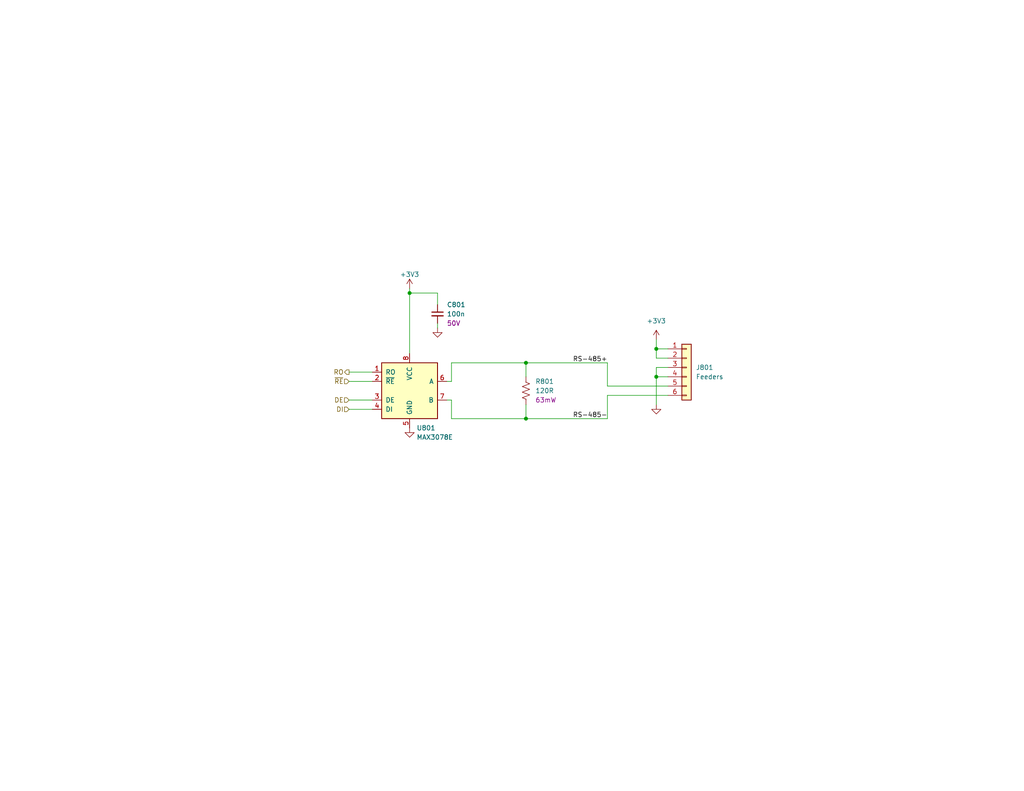
<source format=kicad_sch>
(kicad_sch (version 20211123) (generator eeschema)
  (paper "USLetter")
  (title_block (title "Starfish") (date "2022-09-10") (rev "v0") (company "Winterbloom") (comment 1 "Alethea Flowers") (comment 2 "CERN-OHL-P V2"))
  (lib_symbols
    (symbol "Connector_Generic:Conn_01x06" (pin_names (offset 1.016) hide)
      (property "Reference" "J" (at 0 7.62 0))
      (property "Value" "Conn_01x06" (at 0 -10.16 0))
      (symbol "Conn_01x06_1_1"
        (rectangle (start -1.27 -7.493) (end 0 -7.747) (stroke (width 0.1524)))
        (rectangle (start -1.27 -4.953) (end 0 -5.207) (stroke (width 0.1524)))
        (rectangle (start -1.27 -2.413) (end 0 -2.667) (stroke (width 0.1524)))
        (rectangle (start -1.27 0.127) (end 0 -0.127) (stroke (width 0.1524)))
        (rectangle (start -1.27 2.667) (end 0 2.413) (stroke (width 0.1524)))
        (rectangle (start -1.27 5.207) (end 0 4.953) (stroke (width 0.1524)))
        (rectangle (start -1.27 6.35) (end 1.27 -8.89) (stroke (width 0.254)) (fill (type background)))
        (pin passive line (at -5.08 5.08 0) (length 3.81) (name "Pin_1") (number "1"))
        (pin passive line (at -5.08 2.54 0) (length 3.81) (name "Pin_2") (number "2"))
        (pin passive line (at -5.08 0 0) (length 3.81) (name "Pin_3") (number "3"))
        (pin passive line (at -5.08 -2.54 0) (length 3.81) (name "Pin_4") (number "4"))
        (pin passive line (at -5.08 -5.08 0) (length 3.81) (name "Pin_5") (number "5"))
        (pin passive line (at -5.08 -7.62 0) (length 3.81) (name "Pin_6") (number "6"))
      )
    )
    (symbol "Device:C_Small" (pin_numbers hide) (pin_names (offset 0.254) hide)
      (property "Reference" "C" (at 0.254 1.778 0))
      (property "Value" "C_Small" (at 0.254 -2.032 0))
      (symbol "C_Small_0_1"
        (polyline (pts (xy -1.524 -0.508) (xy 1.524 -0.508)) (stroke (width 0.3302)))
        (polyline (pts (xy -1.524 0.508) (xy 1.524 0.508)) (stroke (width 0.3048)))
      )
      (symbol "C_Small_1_1"
        (pin passive line (at 0 2.54 270) (length 2.032) (name "~") (number "1"))
        (pin passive line (at 0 -2.54 90) (length 2.032) (name "~") (number "2"))
      )
    )
    (symbol "Device:R_US" (pin_numbers hide) (pin_names (offset 0))
      (property "Reference" "R" (at 2.54 0 90))
      (property "Value" "R_US" (at -2.54 0 90))
      (symbol "R_US_0_1"
        (polyline (pts (xy 0 -2.286) (xy 0 -2.54)))
        (polyline (pts (xy 0 2.286) (xy 0 2.54)))
        (polyline (pts (xy 0 -0.762) (xy 1.016 -1.143) (xy 0 -1.524) (xy -1.016 -1.905) (xy 0 -2.286)))
        (polyline (pts (xy 0 0.762) (xy 1.016 0.381) (xy 0 0) (xy -1.016 -0.381) (xy 0 -0.762)))
        (polyline (pts (xy 0 2.286) (xy 1.016 1.905) (xy 0 1.524) (xy -1.016 1.143) (xy 0 0.762)))
      )
      (symbol "R_US_1_1"
        (pin passive line (at 0 3.81 270) (length 1.27) (name "~") (number "1"))
        (pin passive line (at 0 -3.81 90) (length 1.27) (name "~") (number "2"))
      )
    )
    (symbol "Interface_UART:MAX3078E" (pin_names (offset 1.016))
      (property "Reference" "U" (at -7.62 8.89 0))
      (property "Value" "MAX3078E" (at 2.54 8.89 0))
      (symbol "MAX3078E_0_1"
        (rectangle (start -7.62 7.62) (end 7.62 -7.62) (stroke (width 0.254)) (fill (type background)))
      )
      (symbol "MAX3078E_1_1"
        (pin output line (at -10.16 5.08 0) (length 2.54) (name "RO") (number "1"))
        (pin input line (at -10.16 2.54 0) (length 2.54) (name "~{RE}") (number "2"))
        (pin input line (at -10.16 -2.54 0) (length 2.54) (name "DE") (number "3"))
        (pin input line (at -10.16 -5.08 0) (length 2.54) (name "DI") (number "4"))
        (pin power_in line (at 0 -10.16 90) (length 2.54) (name "GND") (number "5"))
        (pin bidirectional line (at 10.16 2.54 180) (length 2.54) (name "A") (number "6"))
        (pin bidirectional line (at 10.16 -2.54 180) (length 2.54) (name "B") (number "7"))
        (pin power_in line (at 0 10.16 270) (length 2.54) (name "VCC") (number "8"))
      )
    )
    (symbol "power:+3.3V" (power) (pin_names (offset 0))
      (property "Value" "+3.3V" (at 0 3.556 0))
      (symbol "+3.3V_0_1"
        (polyline (pts (xy -0.762 1.27) (xy 0 2.54)))
        (polyline (pts (xy 0 0) (xy 0 2.54)))
        (polyline (pts (xy 0 2.54) (xy 0.762 1.27)))
      )
      (symbol "+3.3V_1_1"
        (pin power_in line (at 0 0 90) (length 0) hide (name "+3V3") (number "1"))
      )
    )
    (symbol "power:+3V3" (power) (pin_names (offset 0))
      (property "Value" "+3V3" (at 0 3.556 0))
      (symbol "+3V3_0_1"
        (polyline (pts (xy -0.762 1.27) (xy 0 2.54)))
        (polyline (pts (xy 0 0) (xy 0 2.54)))
        (polyline (pts (xy 0 2.54) (xy 0.762 1.27)))
      )
      (symbol "+3V3_1_1"
        (pin power_in line (at 0 0 90) (length 0) hide (name "+3V3") (number "1"))
      )
    )
    (symbol "power:GND" (power) (pin_names (offset 0))
      (property "Value" "GND" (at 0 -3.81 0))
      (symbol "GND_0_1"
        (polyline (pts (xy 0 0) (xy 0 -1.27) (xy 1.27 -1.27) (xy 0 -2.54) (xy -1.27 -1.27) (xy 0 -1.27)))
      )
      (symbol "GND_1_1"
        (pin power_in line (at 0 0 270) (length 0) hide (name "GND") (number "1"))
      )
    )
  )
  (junction (at 143.51 99.06))
  (junction (at 179.07 95.25))
  (junction (at 179.07 102.87))
  (junction (at 111.76 80.01))
  (junction (at 143.51 114.3))
  (wire (pts (xy 119.38 80.01) (xy 119.38 83.185)))
  (wire (pts (xy 182.245 97.79) (xy 179.07 97.79)))
  (wire (pts (xy 111.76 80.01) (xy 111.76 78.74)))
  (wire (pts (xy 143.51 110.49) (xy 143.51 114.3)))
  (wire (pts (xy 179.07 102.87) (xy 182.245 102.87)))
  (wire (pts (xy 111.76 80.01) (xy 119.38 80.01)))
  (wire (pts (xy 143.51 99.06) (xy 165.735 99.06)))
  (wire (pts (xy 123.19 109.22) (xy 123.19 114.3)))
  (wire (pts (xy 111.76 80.01) (xy 111.76 96.52)))
  (wire (pts (xy 179.07 100.33) (xy 179.07 102.87)))
  (wire (pts (xy 165.735 107.95) (xy 165.735 114.3)))
  (wire (pts (xy 179.07 92.71) (xy 179.07 95.25)))
  (wire (pts (xy 143.51 99.06) (xy 143.51 102.87)))
  (wire (pts (xy 95.25 111.76) (xy 101.6 111.76)))
  (wire (pts (xy 121.92 109.22) (xy 123.19 109.22)))
  (wire (pts (xy 182.245 100.33) (xy 179.07 100.33)))
  (wire (pts (xy 95.25 104.14) (xy 101.6 104.14)))
  (wire (pts (xy 95.25 101.6) (xy 101.6 101.6)))
  (wire (pts (xy 182.245 107.95) (xy 165.735 107.95)))
  (wire (pts (xy 179.07 95.25) (xy 182.245 95.25)))
  (wire (pts (xy 165.735 99.06) (xy 165.735 105.41)))
  (wire (pts (xy 179.07 95.25) (xy 179.07 97.79)))
  (wire (pts (xy 165.735 114.3) (xy 143.51 114.3)))
  (wire (pts (xy 179.07 102.87) (xy 179.07 110.49)))
  (wire (pts (xy 165.735 105.41) (xy 182.245 105.41)))
  (wire (pts (xy 123.19 114.3) (xy 143.51 114.3)))
  (wire (pts (xy 119.38 88.265) (xy 119.38 89.535)))
  (wire (pts (xy 121.92 104.14) (xy 123.19 104.14)))
  (wire (pts (xy 123.19 99.06) (xy 143.51 99.06)))
  (wire (pts (xy 123.19 104.14) (xy 123.19 99.06)))
  (wire (pts (xy 95.25 109.22) (xy 101.6 109.22)))
  (label "RS-485+" (at 165.735 99.06 180))
  (label "RS-485-" (at 165.735 114.3 180))
  (hierarchical_label "DI" (shape input) (at 95.25 111.76 180))
  (hierarchical_label "~{RE}" (shape input) (at 95.25 104.14 180))
  (hierarchical_label "RO" (shape output) (at 95.25 101.6 180))
  (hierarchical_label "DE" (shape input) (at 95.25 109.22 180))
  (symbol (lib_id "power:GND") (at 119.38 89.535 0) (unit 1)
    (property "Reference" "#PWR0803" (effects hide))
    (property "Value" "GND" (effects hide))
  )
  (symbol (lib_id "Device:R_US") (at 143.51 106.68 0) (unit 1)
    (property "Reference" "R801" (at 146.05 104.1399 0) (effects (justify left)))
    (property "Value" "120R" (at 146.05 106.6799 0) (effects (justify left)))
    (property "Footprint" "winterbloom:R_0402_HandSolder" (effects hide))
    (property "Rating" "63mW" (at 146.05 109.2199 0) (effects (justify left)))
    (property "mpn" "CRGCQ0402F120R" (effects hide))
  )
  (symbol (lib_id "Interface_UART:MAX3078E") (at 111.76 106.68 0) (unit 1)
    (property "Reference" "U801" (at 113.665 116.84 0) (effects (justify left)))
    (property "Value" "MAX3078E" (at 113.665 119.38 0) (effects (justify left)))
    (property "Footprint" "Package_SO:SOIC-8_3.9x4.9mm_P1.27mm" (effects hide))
    (property "Datasheet" "https://datasheets.maximintegrated.com/en/ds/MAX3070E-MAX3079E.pdf" (effects hide))
    (property "mpn" "MAX3078EESA" (effects hide))
  )
  (symbol (lib_id "power:GND") (at 179.07 110.49 0) (unit 1)
    (property "Reference" "#PWR0805" (effects hide))
    (property "Value" "GND" (effects hide))
  )
  (symbol (lib_id "Connector_Generic:Conn_01x06") (at 187.325 100.33 0) (unit 1)
    (property "Reference" "J801" (at 189.865 100.3299 0) (effects (justify left)))
    (property "Value" "Feeders" (at 189.865 102.8699 0) (effects (justify left)))
    (property "Footprint" "Connector_IDC:IDC-Header_2x03_P2.54mm_Vertical" (effects hide))
  )
  (symbol (lib_id "power:GND") (at 111.76 116.84 0) (unit 1)
    (property "Reference" "#PWR0802" (effects hide))
    (property "Value" "GND" (effects hide))
  )
  (symbol (lib_id "Device:C_Small") (at 119.38 85.725 0) (unit 1)
    (property "Reference" "C801" (at 121.92 83.1912 0) (effects (justify left)))
    (property "Value" "100n" (at 121.92 85.7312 0) (effects (justify left)))
    (property "Footprint" "winterbloom:C_0603_HandSolder" (effects hide))
    (property "Rating" "50V" (at 121.92 88.2712 0) (effects (justify left)))
    (property "mpn" "CL10B104KB8NNWC" (effects hide))
  )
  (symbol (lib_id "power:+3.3V") (at 179.07 92.71 0) (unit 1)
    (property "Reference" "#PWR0804" (effects hide))
    (property "Value" "+3.3V" (at 179.07 87.63 0))
  )
  (symbol (lib_id "power:+3V3") (at 111.76 78.74 0) (unit 1)
    (property "Reference" "#PWR0801" (effects hide))
    (property "Value" "+3V3" (at 111.76 74.93 0))
  )
)
</source>
